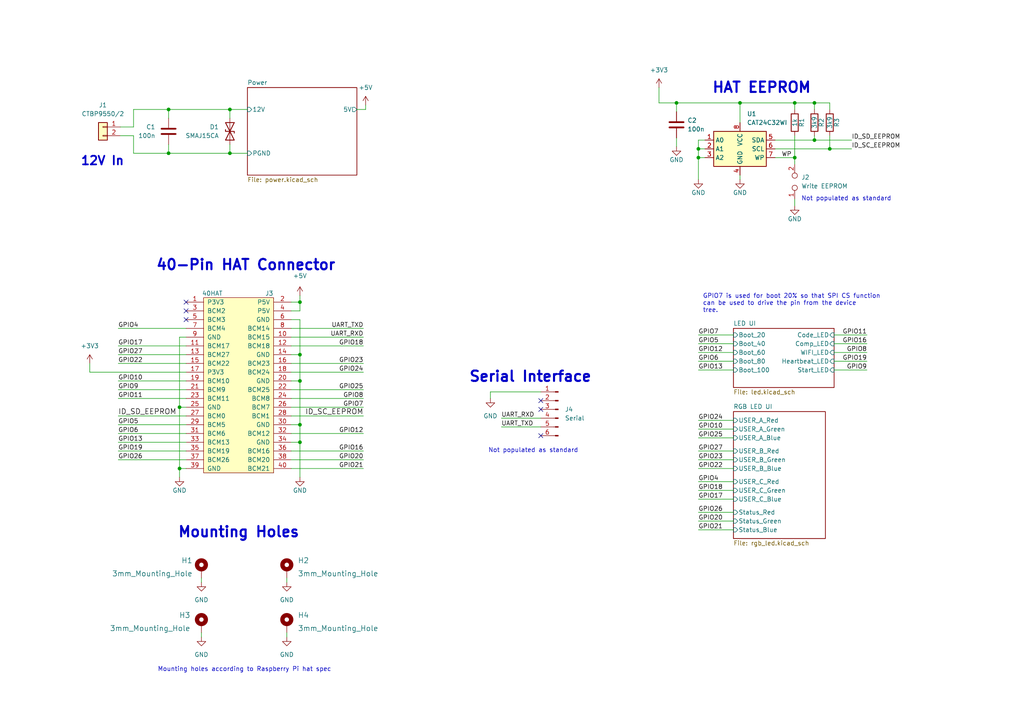
<source format=kicad_sch>
(kicad_sch (version 20211123) (generator eeschema)
  (paper "A4")
  (title_block (title "KCH - Raspberry Pi HAT") (date "2022-06-28") (rev "A (S2L1)") (company "Student Robotics"))
  (lib_symbols
    (symbol "Connector:Conn_01x06_Male" (pin_names (offset 1.016) hide)
      (property "Reference" "J" (at 0 7.62 0))
      (property "Value" "Conn_01x06_Male" (at 0 -10.16 0))
      (symbol "Conn_01x06_Male_1_1"
        (polyline (pts (xy 1.27 -7.62) (xy 0.8636 -7.62)) (stroke (width 0.1524)))
        (polyline (pts (xy 1.27 -5.08) (xy 0.8636 -5.08)) (stroke (width 0.1524)))
        (polyline (pts (xy 1.27 -2.54) (xy 0.8636 -2.54)) (stroke (width 0.1524)))
        (polyline (pts (xy 1.27 0) (xy 0.8636 0)) (stroke (width 0.1524)))
        (polyline (pts (xy 1.27 2.54) (xy 0.8636 2.54)) (stroke (width 0.1524)))
        (polyline (pts (xy 1.27 5.08) (xy 0.8636 5.08)) (stroke (width 0.1524)))
        (rectangle (start 0.8636 -7.493) (end 0 -7.747) (stroke (width 0.1524)) (fill (type outline)))
        (rectangle (start 0.8636 -4.953) (end 0 -5.207) (stroke (width 0.1524)) (fill (type outline)))
        (rectangle (start 0.8636 -2.413) (end 0 -2.667) (stroke (width 0.1524)) (fill (type outline)))
        (rectangle (start 0.8636 0.127) (end 0 -0.127) (stroke (width 0.1524)) (fill (type outline)))
        (rectangle (start 0.8636 2.667) (end 0 2.413) (stroke (width 0.1524)) (fill (type outline)))
        (rectangle (start 0.8636 5.207) (end 0 4.953) (stroke (width 0.1524)) (fill (type outline)))
        (pin passive line (at 5.08 5.08 180) (length 3.81) (name "Pin_1") (number "1"))
        (pin passive line (at 5.08 2.54 180) (length 3.81) (name "Pin_2") (number "2"))
        (pin passive line (at 5.08 0 180) (length 3.81) (name "Pin_3") (number "3"))
        (pin passive line (at 5.08 -2.54 180) (length 3.81) (name "Pin_4") (number "4"))
        (pin passive line (at 5.08 -5.08 180) (length 3.81) (name "Pin_5") (number "5"))
        (pin passive line (at 5.08 -7.62 180) (length 3.81) (name "Pin_6") (number "6"))
      )
    )
    (symbol "Connector:TestPoint_2Pole" (pin_names (offset 0.762) hide)
      (property "Reference" "TP" (at 0 1.524 0))
      (property "Value" "TestPoint_2Pole" (at 0 -1.778 0))
      (symbol "TestPoint_2Pole_0_1"
        (circle (center -1.778 0) (radius 0.762))
        (circle (center 1.778 0) (radius 0.762))
        (pin passive line (at -5.08 0 0) (length 2.54) (name "1") (number "1"))
        (pin passive line (at 5.08 0 180) (length 2.54) (name "2") (number "2"))
      )
    )
    (symbol "Connector_Generic:Conn_01x02" (pin_names (offset 1.016) hide)
      (property "Reference" "J" (at 0 2.54 0))
      (property "Value" "Conn_01x02" (at 0 -5.08 0))
      (symbol "Conn_01x02_1_1"
        (rectangle (start -1.27 -2.413) (end 0 -2.667) (stroke (width 0.1524)))
        (rectangle (start -1.27 0.127) (end 0 -0.127) (stroke (width 0.1524)))
        (rectangle (start -1.27 1.27) (end 1.27 -3.81) (stroke (width 0.254)) (fill (type background)))
        (pin passive line (at -5.08 0 0) (length 3.81) (name "Pin_1") (number "1"))
        (pin passive line (at -5.08 -2.54 0) (length 3.81) (name "Pin_2") (number "2"))
      )
    )
    (symbol "Device:C" (pin_numbers hide) (pin_names (offset 0.254))
      (property "Reference" "C" (at 0.635 2.54 0))
      (property "Value" "C" (at 0.635 -2.54 0))
      (symbol "C_0_1"
        (polyline (pts (xy -2.032 -0.762) (xy 2.032 -0.762)) (stroke (width 0.508)))
        (polyline (pts (xy -2.032 0.762) (xy 2.032 0.762)) (stroke (width 0.508)))
      )
      (symbol "C_1_1"
        (pin passive line (at 0 3.81 270) (length 2.794) (name "~") (number "1"))
        (pin passive line (at 0 -3.81 90) (length 2.794) (name "~") (number "2"))
      )
    )
    (symbol "Device:D_TVS" (pin_numbers hide) (pin_names (offset 1.016) hide)
      (property "Reference" "D" (at 0 2.54 0))
      (property "Value" "D_TVS" (at 0 -2.54 0))
      (symbol "D_TVS_0_1"
        (polyline (pts (xy 1.27 0) (xy -1.27 0)))
        (polyline (pts (xy 0.508 1.27) (xy 0 1.27) (xy 0 -1.27) (xy -0.508 -1.27)) (stroke (width 0.254)))
        (polyline (pts (xy -2.54 1.27) (xy -2.54 -1.27) (xy 2.54 1.27) (xy 2.54 -1.27) (xy -2.54 1.27)) (stroke (width 0.254)))
      )
      (symbol "D_TVS_1_1"
        (pin passive line (at -3.81 0 0) (length 2.54) (name "A1") (number "1"))
        (pin passive line (at 3.81 0 180) (length 2.54) (name "A2") (number "2"))
      )
    )
    (symbol "Device:R" (pin_numbers hide) (pin_names (offset 0))
      (property "Reference" "R" (at 2.032 0 90))
      (property "Value" "R" (at 0 0 90))
      (symbol "R_0_1"
        (rectangle (start -1.016 -2.54) (end 1.016 2.54) (stroke (width 0.254)))
      )
      (symbol "R_1_1"
        (pin passive line (at 0 3.81 270) (length 1.27) (name "~") (number "1"))
        (pin passive line (at 0 -3.81 90) (length 1.27) (name "~") (number "2"))
      )
    )
    (symbol "KCH:CAT24C32WI"
      (property "Reference" "U" (at -6.35 6.35 0))
      (property "Value" "CAT24C32WI" (at 1.27 6.35 0))
      (symbol "CAT24C32WI_1_1"
        (rectangle (start -7.62 5.08) (end 7.62 -5.08) (stroke (width 0.254)) (fill (type background)))
        (pin input line (at -10.16 2.54 0) (length 2.54) (name "A0") (number "1"))
        (pin input line (at -10.16 0 0) (length 2.54) (name "A1") (number "2"))
        (pin input line (at -10.16 -2.54 0) (length 2.54) (name "A2") (number "3"))
        (pin power_in line (at 0 -7.62 90) (length 2.54) (name "GND") (number "4"))
        (pin bidirectional line (at 10.16 2.54 180) (length 2.54) (name "SDA") (number "5"))
        (pin input line (at 10.16 0 180) (length 2.54) (name "SCL") (number "6"))
        (pin input line (at 10.16 -2.54 180) (length 2.54) (name "WP") (number "7"))
        (pin power_in line (at 0 7.62 270) (length 2.54) (name "VCC") (number "8"))
      )
    )
    (symbol "KCH:OX40HAT" (pin_names (offset 1.016))
      (property "Reference" "J" (at 8.89 2.54 0))
      (property "Value" "OX40HAT" (at -7.62 2.54 0))
      (symbol "OX40HAT_0_1"
        (rectangle (start -10.16 1.27) (end 10.16 -49.53) (fill (type background)))
      )
      (symbol "OX40HAT_1_1"
        (pin bidirectional line (at -15.24 0 0) (length 5.08) (name "P3V3") (number "1"))
        (pin bidirectional line (at 15.24 -10.16 180) (length 5.08) (name "BCM15") (number "10"))
        (pin bidirectional line (at -15.24 -12.7 0) (length 5.08) (name "BCM17") (number "11"))
        (pin bidirectional line (at 15.24 -12.7 180) (length 5.08) (name "BCM18") (number "12"))
        (pin bidirectional line (at -15.24 -15.24 0) (length 5.08) (name "BCM27") (number "13"))
        (pin bidirectional line (at 15.24 -15.24 180) (length 5.08) (name "GND") (number "14"))
        (pin bidirectional line (at -15.24 -17.78 0) (length 5.08) (name "BCM22") (number "15"))
        (pin bidirectional line (at 15.24 -17.78 180) (length 5.08) (name "BCM23") (number "16"))
        (pin bidirectional line (at -15.24 -20.32 0) (length 5.08) (name "P3V3") (number "17"))
        (pin bidirectional line (at 15.24 -20.32 180) (length 5.08) (name "BCM24") (number "18"))
        (pin bidirectional line (at -15.24 -22.86 0) (length 5.08) (name "BCM10") (number "19"))
        (pin bidirectional line (at 15.24 0 180) (length 5.08) (name "P5V") (number "2"))
        (pin bidirectional line (at 15.24 -22.86 180) (length 5.08) (name "GND") (number "20"))
        (pin bidirectional line (at -15.24 -25.4 0) (length 5.08) (name "BCM9") (number "21"))
        (pin bidirectional line (at 15.24 -25.4 180) (length 5.08) (name "BCM25") (number "22"))
        (pin bidirectional line (at -15.24 -27.94 0) (length 5.08) (name "BCM11") (number "23"))
        (pin bidirectional line (at 15.24 -27.94 180) (length 5.08) (name "BCM8") (number "24"))
        (pin bidirectional line (at -15.24 -30.48 0) (length 5.08) (name "GND") (number "25"))
        (pin bidirectional line (at 15.24 -30.48 180) (length 5.08) (name "BCM7") (number "26"))
        (pin bidirectional line (at -15.24 -33.02 0) (length 5.08) (name "BCM0") (number "27"))
        (pin bidirectional line (at 15.24 -33.02 180) (length 5.08) (name "BCM1") (number "28"))
        (pin bidirectional line (at -15.24 -35.56 0) (length 5.08) (name "BCM5") (number "29"))
        (pin bidirectional line (at -15.24 -2.54 0) (length 5.08) (name "BCM2") (number "3"))
        (pin bidirectional line (at 15.24 -35.56 180) (length 5.08) (name "GND") (number "30"))
        (pin bidirectional line (at -15.24 -38.1 0) (length 5.08) (name "BCM6") (number "31"))
        (pin bidirectional line (at 15.24 -38.1 180) (length 5.08) (name "BCM12") (number "32"))
        (pin bidirectional line (at -15.24 -40.64 0) (length 5.08) (name "BCM13") (number "33"))
        (pin bidirectional line (at 15.24 -40.64 180) (length 5.08) (name "GND") (number "34"))
        (pin bidirectional line (at -15.24 -43.18 0) (length 5.08) (name "BCM19") (number "35"))
        (pin bidirectional line (at 15.24 -43.18 180) (length 5.08) (name "BCM16") (number "36"))
        (pin bidirectional line (at -15.24 -45.72 0) (length 5.08) (name "BCM26") (number "37"))
        (pin bidirectional line (at 15.24 -45.72 180) (length 5.08) (name "BCM20") (number "38"))
        (pin bidirectional line (at -15.24 -48.26 0) (length 5.08) (name "GND") (number "39"))
        (pin bidirectional line (at 15.24 -2.54 180) (length 5.08) (name "P5V") (number "4"))
        (pin bidirectional line (at 15.24 -48.26 180) (length 5.08) (name "BCM21") (number "40"))
        (pin bidirectional line (at -15.24 -5.08 0) (length 5.08) (name "BCM3") (number "5"))
        (pin bidirectional line (at 15.24 -5.08 180) (length 5.08) (name "GND") (number "6"))
        (pin bidirectional line (at -15.24 -7.62 0) (length 5.08) (name "BCM4") (number "7"))
        (pin bidirectional line (at 15.24 -7.62 180) (length 5.08) (name "BCM14") (number "8"))
        (pin bidirectional line (at -15.24 -10.16 0) (length 5.08) (name "GND") (number "9"))
      )
    )
    (symbol "Mechanical:MountingHole_Pad" (pin_numbers hide) (pin_names (offset 1.016) hide)
      (property "Reference" "H" (at 0 6.35 0))
      (property "Value" "MountingHole_Pad" (at 0 4.445 0))
      (symbol "MountingHole_Pad_0_1"
        (circle (center 0 1.27) (radius 1.27) (stroke (width 1.27)))
      )
      (symbol "MountingHole_Pad_1_1"
        (pin input line (at 0 -2.54 90) (length 2.54) (name "1") (number "1"))
      )
    )
    (symbol "power:+3.3V" (power) (pin_names (offset 0))
      (property "Value" "+3.3V" (at 0 3.556 0))
      (symbol "+3.3V_0_1"
        (polyline (pts (xy -0.762 1.27) (xy 0 2.54)))
        (polyline (pts (xy 0 0) (xy 0 2.54)))
        (polyline (pts (xy 0 2.54) (xy 0.762 1.27)))
      )
      (symbol "+3.3V_1_1"
        (pin power_in line (at 0 0 90) (length 0) hide (name "+3V3") (number "1"))
      )
    )
    (symbol "power:+5V" (power) (pin_names (offset 0))
      (property "Value" "+5V" (at 0 3.556 0))
      (symbol "+5V_0_1"
        (polyline (pts (xy -0.762 1.27) (xy 0 2.54)))
        (polyline (pts (xy 0 0) (xy 0 2.54)))
        (polyline (pts (xy 0 2.54) (xy 0.762 1.27)))
      )
      (symbol "+5V_1_1"
        (pin power_in line (at 0 0 90) (length 0) hide (name "+5V") (number "1"))
      )
    )
    (symbol "power:GND" (power) (pin_names (offset 0))
      (property "Value" "GND" (at 0 -3.81 0))
      (symbol "GND_0_1"
        (polyline (pts (xy 0 0) (xy 0 -1.27) (xy 1.27 -1.27) (xy 0 -2.54) (xy -1.27 -1.27) (xy 0 -1.27)))
      )
      (symbol "GND_1_1"
        (pin power_in line (at 0 0 270) (length 0) hide (name "GND") (number "1"))
      )
    )
  )
  (junction (at 52.07 135.89))
  (junction (at 86.995 128.27))
  (junction (at 202.565 43.18))
  (junction (at 86.995 110.49))
  (junction (at 86.995 87.63))
  (junction (at 66.675 44.45))
  (junction (at 86.995 123.19))
  (junction (at 48.895 44.45))
  (junction (at 52.07 118.11))
  (junction (at 196.215 29.845))
  (junction (at 230.505 29.845))
  (junction (at 236.22 29.845))
  (junction (at 66.675 31.75))
  (junction (at 240.665 43.18))
  (junction (at 48.895 31.75))
  (junction (at 86.995 102.87))
  (junction (at 230.505 45.72))
  (junction (at 214.63 29.845))
  (junction (at 236.22 40.64))
  (junction (at 202.565 45.72))
  (no_connect (at 156.845 116.205))
  (no_connect (at 156.845 118.745))
  (no_connect (at 156.845 126.365))
  (no_connect (at 53.975 92.71))
  (no_connect (at 53.975 90.17))
  (no_connect (at 53.975 87.63))
  (wire (pts (xy 84.455 113.03) (xy 105.41 113.03)))
  (wire (pts (xy 84.455 102.87) (xy 86.995 102.87)))
  (wire (pts (xy 236.22 40.64) (xy 236.22 39.37)))
  (wire (pts (xy 236.22 40.64) (xy 247.015 40.64)))
  (wire (pts (xy 202.565 121.92) (xy 212.725 121.92)))
  (wire (pts (xy 202.565 102.235) (xy 212.725 102.235)))
  (wire (pts (xy 202.565 135.89) (xy 212.725 135.89)))
  (wire (pts (xy 230.505 45.72) (xy 230.505 47.625)))
  (wire (pts (xy 202.565 139.7) (xy 212.725 139.7)))
  (wire (pts (xy 202.565 133.35) (xy 212.725 133.35)))
  (wire (pts (xy 83.185 167.64) (xy 83.185 168.91)))
  (wire (pts (xy 52.07 97.79) (xy 52.07 118.11)))
  (wire (pts (xy 240.665 29.845) (xy 240.665 31.75)))
  (wire (pts (xy 202.565 52.07) (xy 202.565 45.72)))
  (wire (pts (xy 86.995 128.27) (xy 86.995 138.43)))
  (wire (pts (xy 84.455 133.35) (xy 105.41 133.35)))
  (wire (pts (xy 191.135 25.4) (xy 191.135 29.845)))
  (wire (pts (xy 142.24 113.665) (xy 142.24 115.57)))
  (wire (pts (xy 34.29 115.57) (xy 53.975 115.57)))
  (wire (pts (xy 53.975 135.89) (xy 52.07 135.89)))
  (wire (pts (xy 34.925 36.83) (xy 38.735 36.83)))
  (wire (pts (xy 58.42 167.64) (xy 58.42 168.91)))
  (wire (pts (xy 86.995 85.725) (xy 86.995 87.63)))
  (wire (pts (xy 34.29 120.65) (xy 53.975 120.65)))
  (wire (pts (xy 202.565 124.46) (xy 212.725 124.46)))
  (wire (pts (xy 84.455 110.49) (xy 86.995 110.49)))
  (wire (pts (xy 202.565 144.78) (xy 212.725 144.78)))
  (wire (pts (xy 86.995 123.19) (xy 86.995 128.27)))
  (wire (pts (xy 84.455 123.19) (xy 86.995 123.19)))
  (wire (pts (xy 106.045 30.48) (xy 106.045 31.75)))
  (wire (pts (xy 224.79 45.72) (xy 230.505 45.72)))
  (wire (pts (xy 34.29 105.41) (xy 53.975 105.41)))
  (wire (pts (xy 240.665 29.845) (xy 236.22 29.845)))
  (wire (pts (xy 48.895 41.91) (xy 48.895 44.45)))
  (wire (pts (xy 84.455 105.41) (xy 105.41 105.41)))
  (wire (pts (xy 48.895 31.75) (xy 48.895 34.29)))
  (wire (pts (xy 52.07 118.11) (xy 52.07 135.89)))
  (wire (pts (xy 202.565 151.13) (xy 212.725 151.13)))
  (wire (pts (xy 84.455 92.71) (xy 86.995 92.71)))
  (wire (pts (xy 214.63 29.845) (xy 230.505 29.845)))
  (wire (pts (xy 84.455 90.17) (xy 86.995 90.17)))
  (wire (pts (xy 240.665 43.18) (xy 240.665 39.37)))
  (wire (pts (xy 202.565 43.18) (xy 202.565 40.64)))
  (wire (pts (xy 34.29 110.49) (xy 53.975 110.49)))
  (wire (pts (xy 66.675 44.45) (xy 48.895 44.45)))
  (wire (pts (xy 84.455 115.57) (xy 105.41 115.57)))
  (wire (pts (xy 214.63 35.56) (xy 214.63 29.845)))
  (wire (pts (xy 84.455 95.25) (xy 105.41 95.25)))
  (wire (pts (xy 66.675 44.45) (xy 71.755 44.45)))
  (wire (pts (xy 196.215 29.845) (xy 214.63 29.845)))
  (wire (pts (xy 236.22 29.845) (xy 236.22 31.75)))
  (wire (pts (xy 86.995 90.17) (xy 86.995 87.63)))
  (wire (pts (xy 84.455 118.11) (xy 105.41 118.11)))
  (wire (pts (xy 34.29 113.03) (xy 53.975 113.03)))
  (wire (pts (xy 84.455 87.63) (xy 86.995 87.63)))
  (wire (pts (xy 202.565 148.59) (xy 212.725 148.59)))
  (wire (pts (xy 34.29 133.35) (xy 53.975 133.35)))
  (wire (pts (xy 230.505 29.845) (xy 236.22 29.845)))
  (wire (pts (xy 66.675 41.91) (xy 66.675 44.45)))
  (wire (pts (xy 196.215 32.385) (xy 196.215 29.845)))
  (wire (pts (xy 84.455 97.79) (xy 105.41 97.79)))
  (wire (pts (xy 241.935 97.155) (xy 251.46 97.155)))
  (wire (pts (xy 48.895 31.75) (xy 66.675 31.75)))
  (wire (pts (xy 53.975 97.79) (xy 52.07 97.79)))
  (wire (pts (xy 84.455 125.73) (xy 105.41 125.73)))
  (wire (pts (xy 241.935 102.235) (xy 251.46 102.235)))
  (wire (pts (xy 240.665 43.18) (xy 247.015 43.18)))
  (wire (pts (xy 84.455 135.89) (xy 105.41 135.89)))
  (wire (pts (xy 230.505 45.72) (xy 230.505 39.37)))
  (wire (pts (xy 34.29 102.87) (xy 53.975 102.87)))
  (wire (pts (xy 202.565 99.695) (xy 212.725 99.695)))
  (wire (pts (xy 86.995 110.49) (xy 86.995 123.19)))
  (wire (pts (xy 84.455 120.65) (xy 105.41 120.65)))
  (wire (pts (xy 38.735 36.83) (xy 38.735 31.75)))
  (wire (pts (xy 202.565 142.24) (xy 212.725 142.24)))
  (wire (pts (xy 202.565 45.72) (xy 202.565 43.18)))
  (wire (pts (xy 202.565 104.775) (xy 212.725 104.775)))
  (wire (pts (xy 38.735 44.45) (xy 38.735 39.37)))
  (wire (pts (xy 224.79 43.18) (xy 240.665 43.18)))
  (wire (pts (xy 202.565 43.18) (xy 204.47 43.18)))
  (wire (pts (xy 202.565 107.315) (xy 212.725 107.315)))
  (wire (pts (xy 191.135 29.845) (xy 196.215 29.845)))
  (wire (pts (xy 58.42 183.515) (xy 58.42 184.785)))
  (wire (pts (xy 34.29 125.73) (xy 53.975 125.73)))
  (wire (pts (xy 26.035 105.41) (xy 26.035 107.95)))
  (wire (pts (xy 34.29 130.81) (xy 53.975 130.81)))
  (wire (pts (xy 38.735 31.75) (xy 48.895 31.75)))
  (wire (pts (xy 202.565 153.67) (xy 212.725 153.67)))
  (wire (pts (xy 84.455 100.33) (xy 105.41 100.33)))
  (wire (pts (xy 53.975 118.11) (xy 52.07 118.11)))
  (wire (pts (xy 202.565 130.81) (xy 212.725 130.81)))
  (wire (pts (xy 34.29 100.33) (xy 53.975 100.33)))
  (wire (pts (xy 26.035 107.95) (xy 53.975 107.95)))
  (wire (pts (xy 84.455 128.27) (xy 86.995 128.27)))
  (wire (pts (xy 52.07 135.89) (xy 52.07 138.43)))
  (wire (pts (xy 106.045 31.75) (xy 103.505 31.75)))
  (wire (pts (xy 202.565 97.155) (xy 212.725 97.155)))
  (wire (pts (xy 230.505 31.75) (xy 230.505 29.845)))
  (wire (pts (xy 156.845 113.665) (xy 142.24 113.665)))
  (wire (pts (xy 86.995 102.87) (xy 86.995 110.49)))
  (wire (pts (xy 66.675 31.75) (xy 71.755 31.75)))
  (wire (pts (xy 202.565 40.64) (xy 204.47 40.64)))
  (wire (pts (xy 84.455 130.81) (xy 105.41 130.81)))
  (wire (pts (xy 34.29 123.19) (xy 53.975 123.19)))
  (wire (pts (xy 241.935 107.315) (xy 251.46 107.315)))
  (wire (pts (xy 83.185 183.515) (xy 83.185 184.785)))
  (wire (pts (xy 202.565 45.72) (xy 204.47 45.72)))
  (wire (pts (xy 34.29 128.27) (xy 53.975 128.27)))
  (wire (pts (xy 241.935 99.695) (xy 251.46 99.695)))
  (wire (pts (xy 156.845 121.285) (xy 145.415 121.285)))
  (wire (pts (xy 34.29 95.25) (xy 53.975 95.25)))
  (wire (pts (xy 241.935 104.775) (xy 251.46 104.775)))
  (wire (pts (xy 86.995 92.71) (xy 86.995 102.87)))
  (wire (pts (xy 156.845 123.825) (xy 145.415 123.825)))
  (wire (pts (xy 202.565 127) (xy 212.725 127)))
  (wire (pts (xy 196.215 40.005) (xy 196.215 42.545)))
  (wire (pts (xy 38.735 39.37) (xy 34.925 39.37)))
  (wire (pts (xy 214.63 50.8) (xy 214.63 52.07)))
  (wire (pts (xy 84.455 107.95) (xy 105.41 107.95)))
  (wire (pts (xy 224.79 40.64) (xy 236.22 40.64)))
  (wire (pts (xy 66.675 34.29) (xy 66.675 31.75)))
  (wire (pts (xy 48.895 44.45) (xy 38.735 44.45)))
  (wire (pts (xy 230.505 57.785) (xy 230.505 59.69)))
  (text "Not populated as standard" (at 232.41 58.42 0) (effects (font (size 1.27 1.27)) (justify left bottom)))
  (text "40-Pin HAT Connector" (at 45.085 78.74 0) (effects (font (size 2.9972 2.9972) (thickness 0.5994) bold) (justify left bottom)))
  (text "Mounting Holes" (at 51.435 156.21 0) (effects (font (size 2.9972 2.9972) (thickness 0.5994) bold) (justify left bottom)))
  (text "GPIO7 is used for boot 20% so that SPI CS function \ncan be used to drive the pin from the device \ntree." (at 203.835 90.805 0) (effects (font (size 1.27 1.27)) (justify left bottom)))
  (text "12V In" (at 36.195 48.26 180) (effects (font (size 2.5 2.5) (thickness 0.5) bold) (justify right bottom)))
  (text "Mounting holes according to Raspberry Pi hat spec" (at 45.72 194.945 0) (effects (font (size 1.27 1.27)) (justify left bottom)))
  (text "Serial Interface" (at 135.89 111.125 0) (effects (font (size 2.9972 2.9972) (thickness 0.5994) bold) (justify left bottom)))
  (text "HAT EEPROM" (at 206.375 27.305 0) (effects (font (size 3 3) (thickness 0.6) bold) (justify left bottom)))
  (text "Not populated as standard" (at 141.605 131.445 0) (effects (font (size 1.27 1.27)) (justify left bottom)))
  (label "ID_SD_EEPROM" (at 34.29 120.65 0) (effects (font (size 1.524 1.524))))
  (label "GPIO23" (at 202.565 133.35 0))
  (label "GPIO12" (at 202.565 102.235 0))
  (label "GPIO26" (at 202.565 148.59 0))
  (label "GPIO22" (at 34.29 105.41 0))
  (label "GPIO20" (at 105.41 133.35 180))
  (label "GPIO18" (at 105.41 100.33 180))
  (label "UART_TXD" (at 105.41 95.25 180))
  (label "ID_SC_EEPROM" (at 247.015 43.18 0))
  (label "GPIO5" (at 202.565 99.695 0))
  (label "GPIO17" (at 202.565 144.78 0))
  (label "GPIO19" (at 34.29 130.81 0))
  (label "GPIO7" (at 105.41 118.11 180))
  (label "ID_SD_EEPROM" (at 247.015 40.64 0))
  (label "GPIO21" (at 202.565 153.67 0))
  (label "GPIO10" (at 202.565 124.46 0))
  (label "GPIO24" (at 202.565 121.92 0))
  (label "GPIO13" (at 202.565 107.315 0))
  (label "GPIO12" (at 105.41 125.73 180))
  (label "GPIO7" (at 202.565 97.155 0))
  (label "UART_RXD" (at 145.415 121.285 0))
  (label "GPIO27" (at 34.29 102.87 0))
  (label "GPIO23" (at 105.41 105.41 180))
  (label "GPIO21" (at 105.41 135.89 180))
  (label "GPIO16" (at 105.41 130.81 180))
  (label "GPIO5" (at 34.29 123.19 0))
  (label "ID_SC_EEPROM" (at 105.41 120.65 180) (effects (font (size 1.524 1.524))))
  (label "GPIO16" (at 251.46 99.695 180))
  (label "GPIO26" (at 34.29 133.35 0))
  (label "GPIO19" (at 251.46 104.775 180))
  (label "GPIO11" (at 251.46 97.155 180))
  (label "UART_RXD" (at 105.41 97.79 180))
  (label "GPIO10" (at 34.29 110.49 0))
  (label "WP" (at 226.695 45.72 0))
  (label "GPIO24" (at 105.41 107.95 180))
  (label "GPIO4" (at 34.29 95.25 0))
  (label "UART_TXD" (at 145.415 123.825 0))
  (label "GPIO8" (at 105.41 115.57 180))
  (label "GPIO25" (at 202.565 127 0))
  (label "GPIO6" (at 202.565 104.775 0))
  (label "GPIO6" (at 34.29 125.73 0))
  (label "GPIO9" (at 251.46 107.315 180))
  (label "GPIO22" (at 202.565 135.89 0))
  (label "GPIO9" (at 34.29 113.03 0))
  (label "GPIO17" (at 34.29 100.33 0))
  (label "GPIO13" (at 34.29 128.27 0))
  (label "GPIO18" (at 202.565 142.24 0))
  (label "GPIO27" (at 202.565 130.81 0))
  (label "GPIO20" (at 202.565 151.13 0))
  (label "GPIO25" (at 105.41 113.03 180))
  (label "GPIO4" (at 202.565 139.7 0))
  (label "GPIO8" (at 251.46 102.235 180))
  (label "GPIO11" (at 34.29 115.57 0))
  (symbol (lib_id "Mechanical:MountingHole_Pad") (at 58.42 165.1 0) (unit 1) (in_bom no)
    (property "Reference" "H1" (at 55.88 162.56 0) (effects (font (size 1.524 1.524)) (justify right)))
    (property "Value" "3mm_Mounting_Hole" (at 55.88 166.37 0) (effects (font (size 1.524 1.524)) (justify right)))
    (property "Footprint" "MountingHole:MountingHole_3.2mm_M3_ISO14580_Pad" (effects hide))
  )
  (symbol (lib_id "Mechanical:MountingHole_Pad") (at 83.185 165.1 0) (unit 1) (in_bom no)
    (property "Reference" "H2" (at 86.36 162.56 0) (effects (font (size 1.524 1.524)) (justify left)))
    (property "Value" "3mm_Mounting_Hole" (at 86.36 166.37 0) (effects (font (size 1.524 1.524)) (justify left)))
    (property "Footprint" "MountingHole:MountingHole_3.2mm_M3_ISO14580_Pad" (effects hide))
  )
  (symbol (lib_id "Mechanical:MountingHole_Pad") (at 58.42 180.975 0) (unit 1) (in_bom no)
    (property "Reference" "H3" (at 55.245 178.435 0) (effects (font (size 1.524 1.524)) (justify right)))
    (property "Value" "3mm_Mounting_Hole" (at 55.245 182.245 0) (effects (font (size 1.524 1.524)) (justify right)))
    (property "Footprint" "MountingHole:MountingHole_3.2mm_M3_ISO14580_Pad" (effects hide))
  )
  (symbol (lib_id "Mechanical:MountingHole_Pad") (at 83.185 180.975 0) (unit 1) (in_bom no)
    (property "Reference" "H4" (at 86.36 178.435 0) (effects (font (size 1.524 1.524)) (justify left)))
    (property "Value" "3mm_Mounting_Hole" (at 86.36 182.245 0) (effects (font (size 1.524 1.524)) (justify left)))
    (property "Footprint" "MountingHole:MountingHole_3.2mm_M3_ISO14580_Pad" (effects hide))
  )
  (symbol (lib_id "KCH:OX40HAT") (at 69.215 87.63 0) (unit 1)
    (property "Reference" "J3" (at 78.105 85.09 0))
    (property "Value" "40HAT" (at 61.595 85.09 0))
    (property "Footprint" "Connector_PinSocket_2.54mm:PinSocket_2x20_P2.54mm_Vertical" (effects hide))
  )
  (symbol (lib_id "Device:R") (at 236.22 35.56 0) (unit 1)
    (property "Reference" "R2" (at 238.252 35.56 90))
    (property "Value" "3k9" (at 236.22 35.56 90))
    (property "Footprint" "Resistor_SMD:R_0402_1005Metric" (effects hide))
  )
  (symbol (lib_id "Connector:TestPoint_2Pole") (at 230.505 52.705 90) (unit 1) (in_bom no)
    (property "Reference" "J2" (at 232.41 51.4349 90) (effects (justify right)))
    (property "Value" "Write EEPROM" (at 232.41 53.9749 90) (effects (justify right)))
    (property "Footprint" "Connector_PinHeader_2.54mm:PinHeader_1x02_P2.54mm_Vertical" (effects hide))
  )
  (symbol (lib_id "power:+5V") (at 106.045 30.48 0) (unit 1)
    (property "Reference" "#PWR05" (effects hide))
    (property "Value" "+5V" (at 106.045 25.4 0))
  )
  (symbol (lib_id "power:GND") (at 83.185 184.785 0) (unit 1)
    (property "Reference" "#PWR0105" (effects hide))
    (property "Value" "GND" (at 83.185 189.865 0))
  )
  (symbol (lib_id "Device:D_TVS") (at 66.675 38.1 270) (unit 1)
    (property "Reference" "D1" (at 63.5 36.8299 90) (effects (justify right)))
    (property "Value" "SMAJ15CA" (at 63.5 39.3699 90) (effects (justify right)))
    (property "Footprint" "Diode_SMD:D_SMA" (effects hide))
    (property "Datasheet" "https://datasheet.lcsc.com/lcsc/1809211622_MDD-Microdiode-Electronics--SMAJ15CA_C110044.pdf" (effects hide))
  )
  (symbol (lib_id "power:GND") (at 58.42 168.91 0) (unit 1)
    (property "Reference" "#PWR0103" (effects hide))
    (property "Value" "GND" (at 58.42 173.99 0))
  )
  (symbol (lib_id "power:+3.3V") (at 191.135 25.4 0) (unit 1)
    (property "Reference" "#PWR0101" (effects hide))
    (property "Value" "+3.3V" (at 191.135 20.32 0))
  )
  (symbol (lib_id "power:GND") (at 202.565 52.07 0) (unit 1)
    (property "Reference" "#PWR010" (effects hide))
    (property "Value" "GND" (at 202.565 55.88 0))
  )
  (symbol (lib_id "Device:R") (at 230.505 35.56 0) (unit 1)
    (property "Reference" "R1" (at 232.537 35.56 90))
    (property "Value" "1k" (at 230.505 35.56 90))
    (property "Footprint" "Resistor_SMD:R_0402_1005Metric" (effects hide))
  )
  (symbol (lib_id "Connector_Generic:Conn_01x02") (at 29.845 36.83 0) (mirror y) (unit 1)
    (property "Reference" "J1" (at 29.845 30.48 0))
    (property "Value" "CTBP9550/2" (at 29.845 33.02 0))
    (property "Footprint" "project_footprints:CTBP9550-2" (effects hide))
  )
  (symbol (lib_id "power:GND") (at 52.07 138.43 0) (unit 1)
    (property "Reference" "#PWR03" (effects hide))
    (property "Value" "GND" (at 52.07 142.24 0))
  )
  (symbol (lib_id "power:GND") (at 86.995 138.43 0) (unit 1)
    (property "Reference" "#PWR08" (effects hide))
    (property "Value" "GND" (at 86.995 142.24 0))
  )
  (symbol (lib_id "power:GND") (at 230.505 59.69 0) (unit 1)
    (property "Reference" "#PWR012" (effects hide))
    (property "Value" "GND" (at 230.505 63.5 0))
  )
  (symbol (lib_id "power:+5V") (at 86.995 85.725 0) (unit 1)
    (property "Reference" "#PWR04" (effects hide))
    (property "Value" "+5V" (at 86.995 80.01 0))
  )
  (symbol (lib_id "Device:R") (at 240.665 35.56 0) (unit 1)
    (property "Reference" "R3" (at 242.697 35.56 90))
    (property "Value" "3k9" (at 240.665 35.56 90))
    (property "Footprint" "Resistor_SMD:R_0402_1005Metric" (effects hide))
  )
  (symbol (lib_id "power:GND") (at 142.24 115.57 0) (mirror y) (unit 1)
    (property "Reference" "#PWR01" (effects hide))
    (property "Value" "GND" (at 142.24 120.65 0))
  )
  (symbol (lib_id "KCH:CAT24C32WI") (at 214.63 43.18 0) (unit 1)
    (property "Reference" "U1" (at 216.6494 33.02 0) (effects (justify left)))
    (property "Value" "CAT24C32WI" (at 216.6494 35.56 0) (effects (justify left)))
    (property "Footprint" "Package_SO:SOIC-8_3.9x4.9mm_P1.27mm" (effects hide))
    (property "Datasheet" "https://www.mouser.co.uk/datasheet/2/308/1/CAT24C32_D-2310317.pdf" (effects hide))
  )
  (symbol (lib_id "Device:C") (at 48.895 38.1 0) (mirror x) (unit 1)
    (property "Reference" "C1" (at 45.085 36.8299 0) (effects (justify right)))
    (property "Value" "100n" (at 45.085 39.3699 0) (effects (justify right)))
    (property "Footprint" "Capacitor_SMD:C_0402_1005Metric" (effects hide))
  )
  (symbol (lib_id "power:GND") (at 214.63 52.07 0) (unit 1)
    (property "Reference" "#PWR011" (effects hide))
    (property "Value" "GND" (at 214.63 55.88 0))
  )
  (symbol (lib_id "power:+3.3V") (at 26.035 105.41 0) (unit 1)
    (property "Reference" "#PWR0102" (effects hide))
    (property "Value" "+3.3V" (at 26.035 100.33 0))
  )
  (symbol (lib_id "Connector:Conn_01x06_Male") (at 161.925 118.745 0) (mirror y) (unit 1) (in_bom no)
    (property "Reference" "J4" (at 163.83 118.7449 0) (effects (justify right)))
    (property "Value" "Serial" (at 163.83 121.2849 0) (effects (justify right)))
    (property "Footprint" "Connector_PinHeader_2.54mm:PinHeader_1x06_P2.54mm_Vertical" (effects hide))
  )
  (symbol (lib_id "power:GND") (at 83.185 168.91 0) (unit 1)
    (property "Reference" "#PWR0104" (effects hide))
    (property "Value" "GND" (at 83.185 173.99 0))
  )
  (symbol (lib_id "power:GND") (at 58.42 184.785 0) (unit 1)
    (property "Reference" "#PWR0106" (effects hide))
    (property "Value" "GND" (at 58.42 189.865 0))
  )
  (symbol (lib_id "Device:C") (at 196.215 36.195 0) (mirror y) (unit 1)
    (property "Reference" "C2" (at 199.39 34.9249 0) (effects (justify right)))
    (property "Value" "100n" (at 199.39 37.4649 0) (effects (justify right)))
    (property "Footprint" "Capacitor_SMD:C_0402_1005Metric" (effects hide))
  )
  (symbol (lib_id "power:GND") (at 196.215 42.545 0) (unit 1)
    (property "Reference" "#PWR09" (effects hide))
    (property "Value" "GND" (at 196.215 46.355 0))
  )
  (sheet (at 212.725 95.25) (size 29.21 17.145) (stroke (width 0.1524))
    (property "Sheet name" "LED UI" (at 212.725 94.5384 0) (effects (justify left bottom)))
    (property "Sheet file" "led.kicad_sch" (at 212.725 112.9796 0) (effects (justify left top)))
    (pin "Boot_40" input (at 212.725 99.695 180))
    (pin "Boot_20" input (at 212.725 97.155 180))
    (pin "Heartbeat_LED" input (at 241.935 104.775 0))
    (pin "Comp_LED" input (at 241.935 99.695 0))
    (pin "Boot_60" input (at 212.725 102.235 180))
    (pin "Start_LED" input (at 241.935 107.315 0))
    (pin "Code_LED" input (at 241.935 97.155 0))
    (pin "WIFI_LED" input (at 241.935 102.235 0))
    (pin "Boot_80" input (at 212.725 104.775 180))
    (pin "Boot_100" input (at 212.725 107.315 180))
  )
  (sheet (at 212.725 119.38) (size 26.67 36.83) (stroke (width 0.1524))
    (property "Sheet name" "RGB LED UI" (at 212.725 118.6684 0) (effects (justify left bottom)))
    (property "Sheet file" "rgb_led.kicad_sch" (at 212.725 156.7946 0) (effects (justify left top)))
    (pin "USER_A_Blue" input (at 212.725 127 180))
    (pin "USER_B_Red" input (at 212.725 130.81 180))
    (pin "USER_B_Green" input (at 212.725 133.35 180))
    (pin "USER_A_Red" input (at 212.725 121.92 180))
    (pin "USER_A_Green" input (at 212.725 124.46 180))
    (pin "Status_Blue" input (at 212.725 153.67 180))
    (pin "USER_B_Blue" input (at 212.725 135.89 180))
    (pin "USER_C_Blue" input (at 212.725 144.78 180))
    (pin "Status_Red" input (at 212.725 148.59 180))
    (pin "Status_Green" input (at 212.725 151.13 180))
    (pin "USER_C_Red" input (at 212.725 139.7 180))
    (pin "USER_C_Green" input (at 212.725 142.24 180))
  )
  (sheet (at 71.755 25.4) (size 31.75 25.4) (stroke (width 0.1524))
    (property "Sheet name" "Power" (at 71.755 24.6884 0) (effects (justify left bottom)))
    (property "Sheet file" "power.kicad_sch" (at 71.755 51.3846 0) (effects (justify left top)))
    (pin "5V" output (at 103.505 31.75 0))
    (pin "12V" input (at 71.755 31.75 180))
    (pin "PGND" input (at 71.755 44.45 180))
  )
)
</source>
